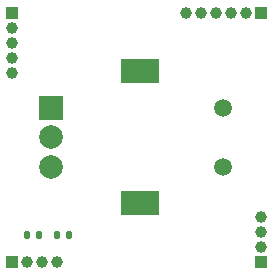
<source format=gbs>
%TF.GenerationSoftware,KiCad,Pcbnew,9.0.5-1.fc42*%
%TF.CreationDate,2025-12-03T05:13:32+01:00*%
%TF.ProjectId,Block-RotaryEncoder,426c6f63-6b2d-4526-9f74-617279456e63,1*%
%TF.SameCoordinates,Original*%
%TF.FileFunction,Soldermask,Bot*%
%TF.FilePolarity,Negative*%
%FSLAX46Y46*%
G04 Gerber Fmt 4.6, Leading zero omitted, Abs format (unit mm)*
G04 Created by KiCad (PCBNEW 9.0.5-1.fc42) date 2025-12-03 05:13:32*
%MOMM*%
%LPD*%
G01*
G04 APERTURE LIST*
G04 Aperture macros list*
%AMRoundRect*
0 Rectangle with rounded corners*
0 $1 Rounding radius*
0 $2 $3 $4 $5 $6 $7 $8 $9 X,Y pos of 4 corners*
0 Add a 4 corners polygon primitive as box body*
4,1,4,$2,$3,$4,$5,$6,$7,$8,$9,$2,$3,0*
0 Add four circle primitives for the rounded corners*
1,1,$1+$1,$2,$3*
1,1,$1+$1,$4,$5*
1,1,$1+$1,$6,$7*
1,1,$1+$1,$8,$9*
0 Add four rect primitives between the rounded corners*
20,1,$1+$1,$2,$3,$4,$5,0*
20,1,$1+$1,$4,$5,$6,$7,0*
20,1,$1+$1,$6,$7,$8,$9,0*
20,1,$1+$1,$8,$9,$2,$3,0*%
G04 Aperture macros list end*
%ADD10C,1.500000*%
%ADD11R,2.000000X2.000000*%
%ADD12C,2.000000*%
%ADD13R,3.200000X2.000000*%
%ADD14R,1.000000X1.000000*%
%ADD15C,1.000000*%
%ADD16RoundRect,0.135000X0.135000X0.185000X-0.135000X0.185000X-0.135000X-0.185000X0.135000X-0.185000X0*%
G04 APERTURE END LIST*
D10*
%TO.C,SW1*%
X146315000Y-111165000D03*
X146315000Y-116165000D03*
D11*
X131815000Y-111165000D03*
D12*
X131815000Y-116165000D03*
X131815000Y-113665000D03*
D13*
X139315000Y-108065000D03*
X139315000Y-119265000D03*
%TD*%
D14*
%TO.C,J4*%
X128525000Y-124205000D03*
D15*
X129795000Y-124205000D03*
X131065000Y-124205000D03*
X132335000Y-124205000D03*
%TD*%
D16*
%TO.C,R2*%
X133328600Y-121945400D03*
X132308600Y-121945400D03*
%TD*%
%TO.C,R3*%
X130814000Y-121945400D03*
X129794000Y-121945400D03*
%TD*%
D14*
%TO.C,J2*%
X149605000Y-124205000D03*
D15*
X149605000Y-122935000D03*
X149605000Y-121665000D03*
X149605000Y-120395000D03*
%TD*%
D14*
%TO.C,J1*%
X128525000Y-103125000D03*
D15*
X128525000Y-104395000D03*
X128525000Y-105665000D03*
X128525000Y-106935000D03*
X128525000Y-108205000D03*
%TD*%
D14*
%TO.C,J3*%
X149605000Y-103125000D03*
D15*
X148335000Y-103125000D03*
X147065000Y-103125000D03*
X145795000Y-103125000D03*
X144525000Y-103125000D03*
X143255000Y-103125000D03*
%TD*%
M02*

</source>
